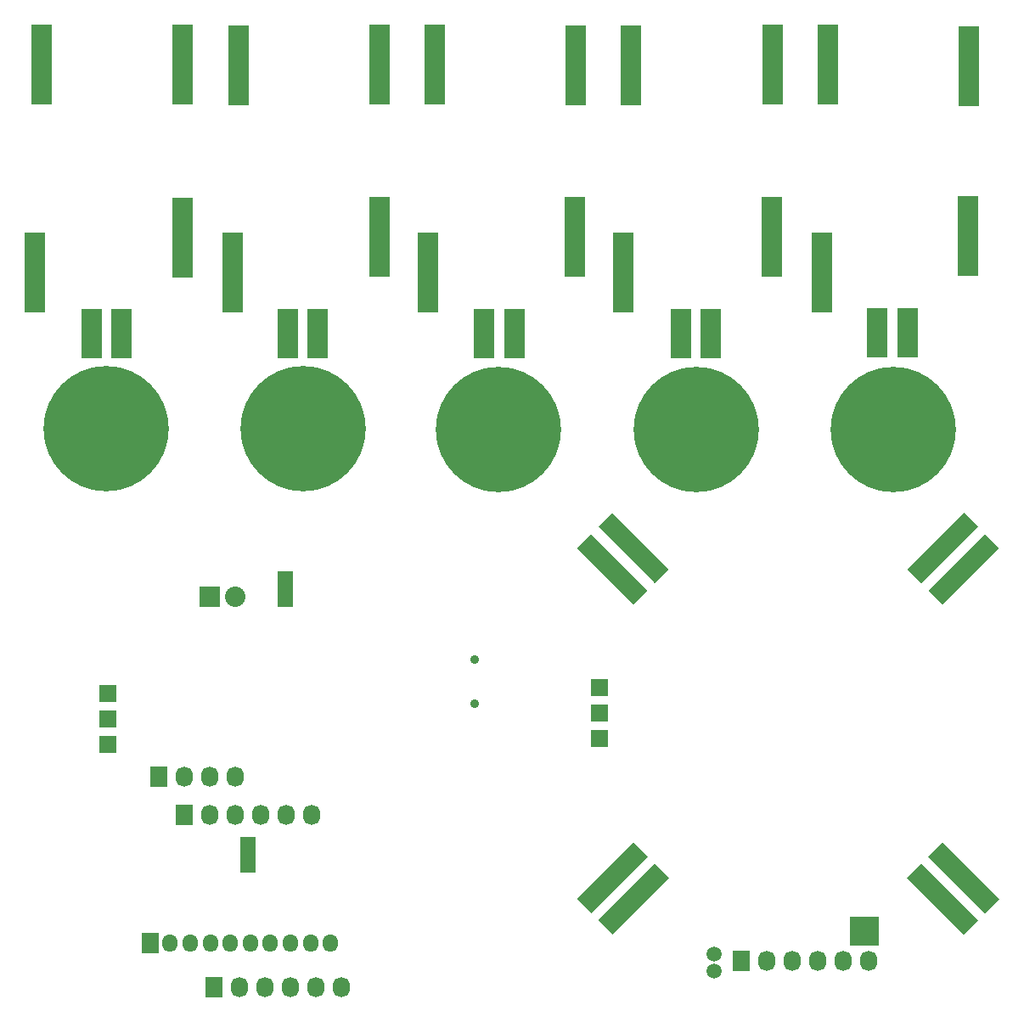
<source format=gbs>
G04 #@! TF.FileFunction,Soldermask,Bot*
%FSLAX46Y46*%
G04 Gerber Fmt 4.6, Leading zero omitted, Abs format (unit mm)*
G04 Created by KiCad (PCBNEW (2015-07-22 BZR 5980)-product) date Tuesday, September 08, 2015 'amt' 09:17:54 am*
%MOMM*%
G01*
G04 APERTURE LIST*
%ADD10C,0.100000*%
%ADD11C,1.500000*%
%ADD12R,3.000000X3.000000*%
%ADD13R,1.727200X2.032000*%
%ADD14O,1.524000X1.778000*%
%ADD15R,1.600200X3.599180*%
%ADD16R,2.032000X2.032000*%
%ADD17O,2.032000X2.032000*%
%ADD18R,1.778000X1.778000*%
%ADD19O,1.727200X2.032000*%
%ADD20C,0.899160*%
%ADD21R,2.000000X8.000000*%
%ADD22R,2.000000X5.000000*%
%ADD23C,12.500000*%
G04 APERTURE END LIST*
D10*
D11*
X123731448Y-150146544D03*
X123731448Y-151896544D03*
D12*
X138731448Y-147896544D03*
D13*
X67533500Y-149062500D03*
D14*
X69533500Y-149062500D03*
X71533500Y-149062500D03*
X73533500Y-149062500D03*
X75533500Y-149062500D03*
X77533500Y-149062500D03*
X79533500Y-149062500D03*
X81533500Y-149062500D03*
X83533500Y-149062500D03*
X85533500Y-149062500D03*
D15*
X81000000Y-113730000D03*
D16*
X73498559Y-114561294D03*
D17*
X76038559Y-114561294D03*
D15*
X77250000Y-140230000D03*
D18*
X63338559Y-129293294D03*
X63338559Y-126753294D03*
X63338559Y-124213294D03*
D13*
X70958559Y-136278294D03*
D19*
X73498559Y-136278294D03*
X76038559Y-136278294D03*
X78578559Y-136278294D03*
X81118559Y-136278294D03*
X83658559Y-136278294D03*
D13*
X68418559Y-132468294D03*
D19*
X70958559Y-132468294D03*
X73498559Y-132468294D03*
X76038559Y-132468294D03*
D18*
X112340410Y-128662661D03*
X112340410Y-126122661D03*
X112340410Y-123582661D03*
D20*
X99936704Y-120821380D03*
X99936704Y-125220660D03*
D21*
X70750000Y-61480000D03*
X90400000Y-61430000D03*
X110000000Y-61530000D03*
X129600000Y-61430000D03*
X70750000Y-78730000D03*
X90400000Y-78630000D03*
X109900000Y-78630000D03*
X129500000Y-78630000D03*
X149200000Y-61630000D03*
X149100000Y-78530000D03*
D22*
X143050000Y-88230000D03*
X140050000Y-88230000D03*
X123450000Y-88280000D03*
X120450000Y-88280000D03*
X103850000Y-88305000D03*
X100850000Y-88305000D03*
X84250000Y-88280000D03*
X81250000Y-88280000D03*
X64675000Y-88305000D03*
X61675000Y-88305000D03*
D21*
X56700000Y-61430000D03*
X76400000Y-61530000D03*
X95900000Y-61430000D03*
X115500000Y-61530000D03*
D10*
G36*
X110103806Y-109669340D02*
X111518020Y-108255126D01*
X117174874Y-113911980D01*
X115760660Y-115326194D01*
X110103806Y-109669340D01*
X110103806Y-109669340D01*
G37*
G36*
X112225126Y-107548020D02*
X113639340Y-106133806D01*
X119296194Y-111790660D01*
X117881980Y-113204874D01*
X112225126Y-107548020D01*
X112225126Y-107548020D01*
G37*
G36*
X148660660Y-106133806D02*
X150074874Y-107548020D01*
X144418020Y-113204874D01*
X143003806Y-111790660D01*
X148660660Y-106133806D01*
X148660660Y-106133806D01*
G37*
G36*
X150781980Y-108255126D02*
X152196194Y-109669340D01*
X146539340Y-115326194D01*
X145125126Y-113911980D01*
X150781980Y-108255126D01*
X150781980Y-108255126D01*
G37*
G36*
X152196194Y-144690660D02*
X150781980Y-146104874D01*
X145125126Y-140448020D01*
X146539340Y-139033806D01*
X152196194Y-144690660D01*
X152196194Y-144690660D01*
G37*
G36*
X150074874Y-146811980D02*
X148660660Y-148226194D01*
X143003806Y-142569340D01*
X144418020Y-141155126D01*
X150074874Y-146811980D01*
X150074874Y-146811980D01*
G37*
G36*
X113639340Y-148226194D02*
X112225126Y-146811980D01*
X117881980Y-141155126D01*
X119296194Y-142569340D01*
X113639340Y-148226194D01*
X113639340Y-148226194D01*
G37*
G36*
X111518020Y-146104874D02*
X110103806Y-144690660D01*
X115760660Y-139033806D01*
X117174874Y-140448020D01*
X111518020Y-146104874D01*
X111518020Y-146104874D01*
G37*
D21*
X135100000Y-61430000D03*
D23*
X122000000Y-97830000D03*
X102300000Y-97830000D03*
X82775000Y-97805000D03*
X63175000Y-97805000D03*
X141600000Y-97830000D03*
D21*
X56000000Y-82230000D03*
X75750000Y-82230000D03*
X95250000Y-82230000D03*
X114750000Y-82230000D03*
X134500000Y-82230000D03*
D13*
X73883500Y-153507500D03*
D19*
X76423500Y-153507500D03*
X78963500Y-153507500D03*
X81503500Y-153507500D03*
X84043500Y-153507500D03*
X86583500Y-153507500D03*
D13*
X126481448Y-150896544D03*
D19*
X129021448Y-150896544D03*
X131561448Y-150896544D03*
X134101448Y-150896544D03*
X136641448Y-150896544D03*
X139181448Y-150896544D03*
M02*

</source>
